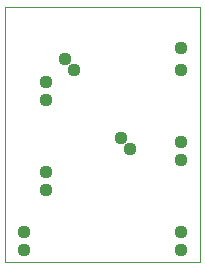
<source format=gbs>
G75*
%MOIN*%
%OFA0B0*%
%FSLAX24Y24*%
%IPPOS*%
%LPD*%
%AMOC8*
5,1,8,0,0,1.08239X$1,22.5*
%
%ADD10C,0.0000*%
%ADD11C,0.0437*%
D10*
X002392Y002517D02*
X002392Y011017D01*
X008892Y011017D01*
X008892Y002517D01*
X002392Y002517D01*
D11*
X003017Y002892D03*
X003017Y003517D03*
X003767Y004892D03*
X003767Y005517D03*
X003767Y007892D03*
X003767Y008517D03*
X004392Y009267D03*
X004704Y008892D03*
X006267Y006642D03*
X006579Y006267D03*
X008267Y006517D03*
X008267Y005892D03*
X008267Y003517D03*
X008267Y002892D03*
X008267Y008892D03*
X008267Y009642D03*
M02*

</source>
